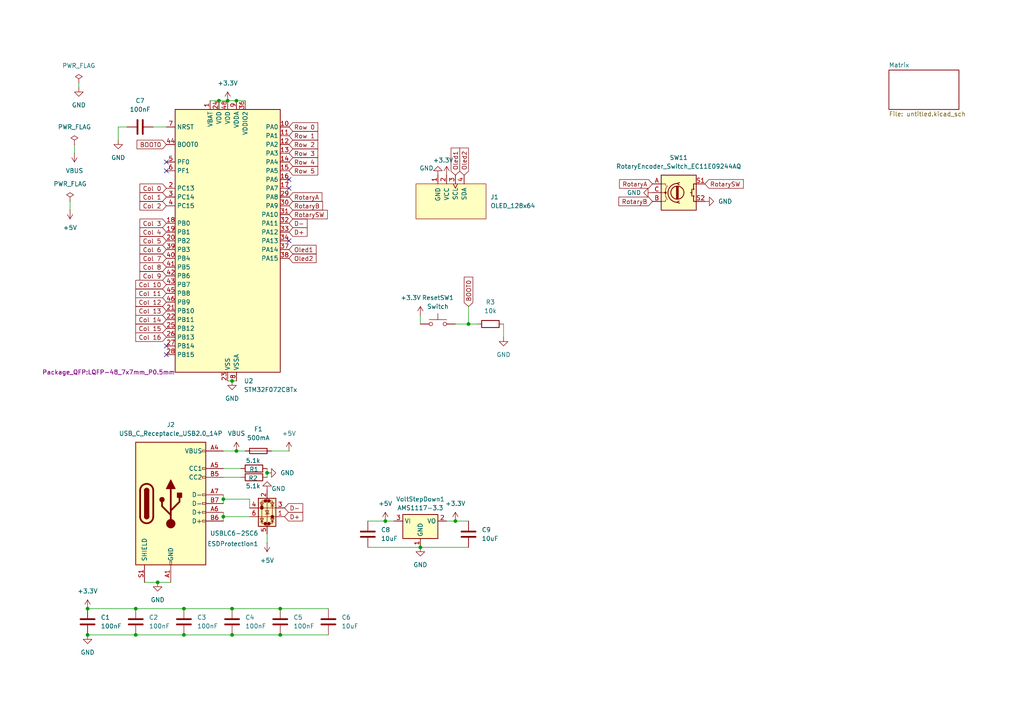
<source format=kicad_sch>
(kicad_sch (version 20250114) (generator "eeschema") (generator_version "9.0")
  (paper "A4")
  (lib_symbols
    (symbol "Connector:USB_C_Receptacle_USB2.0_14P" (pin_names (offset 1.016))
      (property "Reference" "J" (at 0 22.225 0))
      (property "Value" "USB_C_Receptacle_USB2.0_14P" (at 0 19.685 0))
      (symbol "USB_C_Receptacle_USB2.0_14P_0_0"
        (rectangle (start -0.254 -17.78) (end 0.254 -16.764))
        (rectangle (start 10.16 15.494) (end 9.144 14.986))
        (rectangle (start 10.16 10.414) (end 9.144 9.906))
        (rectangle (start 10.16 7.874) (end 9.144 7.366))
        (rectangle (start 10.16 2.794) (end 9.144 2.286))
        (rectangle (start 10.16 0.254) (end 9.144 -0.254))
        (rectangle (start 10.16 -2.286) (end 9.144 -2.794))
        (rectangle (start 10.16 -4.826) (end 9.144 -5.334))
      )
      (symbol "USB_C_Receptacle_USB2.0_14P_0_1"
        (rectangle (start -10.16 17.78) (end 10.16 -17.78) (stroke (width 0.254)) (fill (type background)))
        (polyline (pts (xy -8.89 -3.81) (xy -8.89 3.81)) (stroke (width 0.508)))
        (rectangle (start -7.62 -3.81) (end -6.35 3.81) (stroke (width 0.254)) (fill (type outline)))
        (arc (start -7.62 3.81) (mid -6.985 4.4423) (end -6.35 3.81) (stroke (width 0.254)))
        (arc (start -7.62 3.81) (mid -6.985 4.4423) (end -6.35 3.81) (stroke (width 0.254)) (fill (type outline)))
        (arc (start -8.89 3.81) (mid -6.985 5.7067) (end -5.08 3.81) (stroke (width 0.508)))
        (arc (start -5.08 -3.81) (mid -6.985 -5.7067) (end -8.89 -3.81) (stroke (width 0.508)))
        (arc (start -6.35 -3.81) (mid -6.985 -4.4423) (end -7.62 -3.81) (stroke (width 0.254)))
        (arc (start -6.35 -3.81) (mid -6.985 -4.4423) (end -7.62 -3.81) (stroke (width 0.254)) (fill (type outline)))
        (polyline (pts (xy -5.08 3.81) (xy -5.08 -3.81)) (stroke (width 0.508)))
        (circle (center -2.54 1.143) (radius 0.635) (stroke (width 0.254)) (fill (type outline)))
        (polyline (pts (xy -1.27 4.318) (xy 0 6.858) (xy 1.27 4.318) (xy -1.27 4.318)) (stroke (width 0.254)) (fill (type outline)))
        (polyline (pts (xy 0 -2.032) (xy 2.54 0.508) (xy 2.54 1.778)) (stroke (width 0.508)))
        (polyline (pts (xy 0 -3.302) (xy -2.54 -0.762) (xy -2.54 0.508)) (stroke (width 0.508)))
        (polyline (pts (xy 0 -5.842) (xy 0 4.318)) (stroke (width 0.508)))
        (circle (center 0 -5.842) (radius 1.27) (fill (type outline)))
        (rectangle (start 1.905 1.778) (end 3.175 3.048) (stroke (width 0.254)) (fill (type outline)))
      )
      (symbol "USB_C_Receptacle_USB2.0_14P_1_1"
        (pin passive line (at -7.62 -22.86 90) (length 5.08) (name "SHIELD") (number "S1"))
        (pin passive line (at 0 -22.86 90) (length 5.08) (name "GND") (number "A1"))
        (pin passive line (at 0 -22.86 90) (length 5.08) (hide yes) (name "GND") (number "A12"))
        (pin passive line (at 0 -22.86 90) (length 5.08) (hide yes) (name "GND") (number "B1"))
        (pin passive line (at 0 -22.86 90) (length 5.08) (hide yes) (name "GND") (number "B12"))
        (pin passive line (at 15.24 15.24 180) (length 5.08) (name "VBUS") (number "A4"))
        (pin passive line (at 15.24 15.24 180) (length 5.08) (hide yes) (name "VBUS") (number "A9"))
        (pin passive line (at 15.24 15.24 180) (length 5.08) (hide yes) (name "VBUS") (number "B4"))
        (pin passive line (at 15.24 15.24 180) (length 5.08) (hide yes) (name "VBUS") (number "B9"))
        (pin bidirectional line (at 15.24 10.16 180) (length 5.08) (name "CC1") (number "A5"))
        (pin bidirectional line (at 15.24 7.62 180) (length 5.08) (name "CC2") (number "B5"))
        (pin bidirectional line (at 15.24 2.54 180) (length 5.08) (name "D-") (number "A7"))
        (pin bidirectional line (at 15.24 0 180) (length 5.08) (name "D-") (number "B7"))
        (pin bidirectional line (at 15.24 -2.54 180) (length 5.08) (name "D+") (number "A6"))
        (pin bidirectional line (at 15.24 -5.08 180) (length 5.08) (name "D+") (number "B6"))
      )
    )
    (symbol "Device:C" (pin_numbers (hide yes)) (pin_names (offset 0.254))
      (property "Reference" "C" (at 0.635 2.54 0))
      (property "Value" "C" (at 0.635 -2.54 0))
      (symbol "C_0_1"
        (polyline (pts (xy -2.032 0.762) (xy 2.032 0.762)) (stroke (width 0.508)))
        (polyline (pts (xy -2.032 -0.762) (xy 2.032 -0.762)) (stroke (width 0.508)))
      )
      (symbol "C_1_1"
        (pin passive line (at 0 3.81 270) (length 2.794) (name "~") (number "1"))
        (pin passive line (at 0 -3.81 90) (length 2.794) (name "~") (number "2"))
      )
    )
    (symbol "Device:RotaryEncoder_Switch" (pin_names (offset 0.254) (hide yes))
      (property "Reference" "SW" (at 0 6.604 0))
      (property "Value" "RotaryEncoder_Switch" (at 0 -6.604 0))
      (symbol "RotaryEncoder_Switch_0_1"
        (rectangle (start -5.08 5.08) (end 5.08 -5.08) (stroke (width 0.254)) (fill (type background)))
        (polyline (pts (xy -5.08 2.54) (xy -3.81 2.54) (xy -3.81 2.032)))
        (polyline (pts (xy -5.08 0) (xy -3.81 0) (xy -3.81 -1.016) (xy -3.302 -2.032)))
        (polyline (pts (xy -5.08 -2.54) (xy -3.81 -2.54) (xy -3.81 -2.032)))
        (polyline (pts (xy -4.318 0) (xy -3.81 0) (xy -3.81 1.016) (xy -3.302 2.032)))
        (circle (center -3.81 0) (radius 0.254) (fill (type outline)))
        (polyline (pts (xy -0.635 -1.778) (xy -0.635 1.778)) (stroke (width 0.254)))
        (circle (center -0.381 0) (radius 1.905) (stroke (width 0.254)))
        (polyline (pts (xy -0.381 -1.778) (xy -0.381 1.778)) (stroke (width 0.254)))
        (arc (start -0.381 -2.794) (mid -3.0988 -0.0635) (end -0.381 2.667) (stroke (width 0.254)))
        (polyline (pts (xy -0.127 1.778) (xy -0.127 -1.778)) (stroke (width 0.254)))
        (polyline (pts (xy 0.254 2.921) (xy -0.508 2.667) (xy 0.127 2.286)) (stroke (width 0.254)))
        (polyline (pts (xy 0.254 -3.048) (xy -0.508 -2.794) (xy 0.127 -2.413)) (stroke (width 0.254)))
        (polyline (pts (xy 3.81 1.016) (xy 3.81 -1.016)) (stroke (width 0.254)))
        (polyline (pts (xy 3.81 0) (xy 3.429 0)) (stroke (width 0.254)))
        (circle (center 4.318 1.016) (radius 0.127) (stroke (width 0.254)))
        (circle (center 4.318 -1.016) (radius 0.127) (stroke (width 0.254)))
        (polyline (pts (xy 5.08 2.54) (xy 4.318 2.54) (xy 4.318 1.016)) (stroke (width 0.254)))
        (polyline (pts (xy 5.08 -2.54) (xy 4.318 -2.54) (xy 4.318 -1.016)) (stroke (width 0.254)))
      )
      (symbol "RotaryEncoder_Switch_1_1"
        (pin passive line (at -7.62 2.54 0) (length 2.54) (name "A") (number "A"))
        (pin passive line (at -7.62 0 0) (length 2.54) (name "C") (number "C"))
        (pin passive line (at -7.62 -2.54 0) (length 2.54) (name "B") (number "B"))
        (pin passive line (at 7.62 2.54 180) (length 2.54) (name "S1") (number "S1"))
        (pin passive line (at 7.62 -2.54 180) (length 2.54) (name "S2") (number "S2"))
      )
    )
    (symbol "MCU_ST_STM32F0:STM32F072CBTx"
      (property "Reference" "U" (at -15.24 39.37 0))
      (property "Value" "STM32F072CBTx" (at 7.62 39.37 0))
      (symbol "STM32F072CBTx_0_1"
        (rectangle (start -15.24 -38.1) (end 15.24 38.1) (stroke (width 0.254)) (fill (type background)))
      )
      (symbol "STM32F072CBTx_1_1"
        (pin input line (at -17.78 33.02 0) (length 2.54) (name "NRST") (number "7"))
        (pin input line (at -17.78 27.94 0) (length 2.54) (name "BOOT0") (number "44"))
        (pin bidirectional line (at -17.78 22.86 0) (length 2.54) (name "PF0") (number "5"))
        (pin bidirectional line (at -17.78 20.32 0) (length 2.54) (name "PF1") (number "6"))
        (pin bidirectional line (at -17.78 15.24 0) (length 2.54) (name "PC13") (number "2"))
        (pin bidirectional line (at -17.78 12.7 0) (length 2.54) (name "PC14") (number "3"))
        (pin bidirectional line (at -17.78 10.16 0) (length 2.54) (name "PC15") (number "4"))
        (pin bidirectional line (at -17.78 5.08 0) (length 2.54) (name "PB0") (number "18"))
        (pin bidirectional line (at -17.78 2.54 0) (length 2.54) (name "PB1") (number "19"))
        (pin bidirectional line (at -17.78 0 0) (length 2.54) (name "PB2") (number "20"))
        (pin bidirectional line (at -17.78 -2.54 0) (length 2.54) (name "PB3") (number "39"))
        (pin bidirectional line (at -17.78 -5.08 0) (length 2.54) (name "PB4") (number "40"))
        (pin bidirectional line (at -17.78 -7.62 0) (length 2.54) (name "PB5") (number "41"))
        (pin bidirectional line (at -17.78 -10.16 0) (length 2.54) (name "PB6") (number "42"))
        (pin bidirectional line (at -17.78 -12.7 0) (length 2.54) (name "PB7") (number "43"))
        (pin bidirectional line (at -17.78 -15.24 0) (length 2.54) (name "PB8") (number "45"))
        (pin bidirectional line (at -17.78 -17.78 0) (length 2.54) (name "PB9") (number "46"))
        (pin bidirectional line (at -17.78 -20.32 0) (length 2.54) (name "PB10") (number "21"))
        (pin bidirectional line (at -17.78 -22.86 0) (length 2.54) (name "PB11") (number "22"))
        (pin bidirectional line (at -17.78 -25.4 0) (length 2.54) (name "PB12") (number "25"))
        (pin bidirectional line (at -17.78 -27.94 0) (length 2.54) (name "PB13") (number "26"))
        (pin bidirectional line (at -17.78 -30.48 0) (length 2.54) (name "PB14") (number "27"))
        (pin bidirectional line (at -17.78 -33.02 0) (length 2.54) (name "PB15") (number "28"))
        (pin power_in line (at -5.08 40.64 270) (length 2.54) (name "VBAT") (number "1"))
        (pin power_in line (at -2.54 40.64 270) (length 2.54) (name "VDD") (number "24"))
        (pin power_in line (at 0 40.64 270) (length 2.54) (name "VDD") (number "48"))
        (pin power_in line (at 0 -40.64 90) (length 2.54) (name "VSS") (number "23"))
        (pin passive line (at 0 -40.64 90) (length 2.54) (hide yes) (name "VSS") (number "35"))
        (pin passive line (at 0 -40.64 90) (length 2.54) (hide yes) (name "VSS") (number "47"))
        (pin power_in line (at 2.54 40.64 270) (length 2.54) (name "VDDA") (number "9"))
        (pin power_in line (at 2.54 -40.64 90) (length 2.54) (name "VSSA") (number "8"))
        (pin power_in line (at 5.08 40.64 270) (length 2.54) (name "VDDIO2") (number "36"))
        (pin bidirectional line (at 17.78 33.02 180) (length 2.54) (name "PA0") (number "10"))
        (pin bidirectional line (at 17.78 30.48 180) (length 2.54) (name "PA1") (number "11"))
        (pin bidirectional line (at 17.78 27.94 180) (length 2.54) (name "PA2") (number "12"))
        (pin bidirectional line (at 17.78 25.4 180) (length 2.54) (name "PA3") (number "13"))
        (pin bidirectional line (at 17.78 22.86 180) (length 2.54) (name "PA4") (number "14"))
        (pin bidirectional line (at 17.78 20.32 180) (length 2.54) (name "PA5") (number "15"))
        (pin bidirectional line (at 17.78 17.78 180) (length 2.54) (name "PA6") (number "16"))
        (pin bidirectional line (at 17.78 15.24 180) (length 2.54) (name "PA7") (number "17"))
        (pin bidirectional line (at 17.78 12.7 180) (length 2.54) (name "PA8") (number "29"))
        (pin bidirectional line (at 17.78 10.16 180) (length 2.54) (name "PA9") (number "30"))
        (pin bidirectional line (at 17.78 7.62 180) (length 2.54) (name "PA10") (number "31"))
        (pin bidirectional line (at 17.78 5.08 180) (length 2.54) (name "PA11") (number "32"))
        (pin bidirectional line (at 17.78 2.54 180) (length 2.54) (name "PA12") (number "33"))
        (pin bidirectional line (at 17.78 0 180) (length 2.54) (name "PA13") (number "34"))
        (pin bidirectional line (at 17.78 -2.54 180) (length 2.54) (name "PA14") (number "37"))
        (pin bidirectional line (at 17.78 -5.08 180) (length 2.54) (name "PA15") (number "38"))
      )
    )
    (symbol "Power_Protection:USBLC6-2SC6" (pin_names (hide yes))
      (property "Reference" "U" (at 0.635 5.715 0))
      (property "Value" "USBLC6-2SC6" (at 0.635 3.81 0))
      (symbol "USBLC6-2SC6_0_0"
        (circle (center -1.524 0) (radius 0.0001) (stroke (width 0.508)))
        (circle (center -0.508 2.032) (radius 0.0001) (stroke (width 0.508)))
        (circle (center -0.508 -4.572) (radius 0.0001) (stroke (width 0.508)))
        (circle (center 0.508 2.032) (radius 0.0001) (stroke (width 0.508)))
        (circle (center 0.508 -4.572) (radius 0.0001) (stroke (width 0.508)))
        (circle (center 1.524 -2.54) (radius 0.0001) (stroke (width 0.508)))
      )
      (symbol "USBLC6-2SC6_0_1"
        (polyline (pts (xy -2.54 0) (xy 2.54 0)))
        (polyline (pts (xy -2.54 -2.54) (xy 2.54 -2.54)))
        (polyline (pts (xy -2.032 0.508) (xy -1.016 0.508) (xy -1.524 1.524) (xy -2.032 0.508)))
        (polyline (pts (xy -2.032 -3.048) (xy -1.016 -3.048)))
        (polyline (pts (xy -1.016 1.524) (xy -2.032 1.524)))
        (polyline (pts (xy -1.016 -4.064) (xy -2.032 -4.064) (xy -1.524 -3.048) (xy -1.016 -4.064)))
        (polyline (pts (xy -0.508 -1.143) (xy -0.508 -0.762) (xy 0.508 -0.762)))
        (polyline (pts (xy 0 2.54) (xy -0.508 2.032) (xy 0.508 2.032) (xy 0 1.524) (xy 0 -4.064) (xy -0.508 -4.572) (xy 0.508 -4.572) (xy 0 -5.08)))
        (polyline (pts (xy 0.508 -1.778) (xy -0.508 -1.778) (xy 0 -0.762) (xy 0.508 -1.778)))
        (polyline (pts (xy 1.016 1.524) (xy 2.032 1.524)))
        (polyline (pts (xy 1.016 -3.048) (xy 2.032 -3.048)))
        (polyline (pts (xy 2.032 0.508) (xy 1.016 0.508) (xy 1.524 1.524) (xy 2.032 0.508)))
        (polyline (pts (xy 2.032 -4.064) (xy 1.016 -4.064) (xy 1.524 -3.048) (xy 2.032 -4.064)))
      )
      (symbol "USBLC6-2SC6_1_1"
        (rectangle (start -2.54 2.794) (end 2.54 -5.334) (stroke (width 0.254)) (fill (type background)))
        (polyline (pts (xy -0.508 2.032) (xy -1.524 2.032) (xy -1.524 -4.572) (xy -0.508 -4.572)))
        (polyline (pts (xy 0.508 -4.572) (xy 1.524 -4.572) (xy 1.524 2.032) (xy 0.508 2.032)))
        (pin passive line (at -5.08 0 0) (length 2.54) (name "I/O1") (number "1"))
        (pin passive line (at -5.08 -2.54 0) (length 2.54) (name "I/O2") (number "3"))
        (pin passive line (at 0 5.08 270) (length 2.54) (name "VBUS") (number "5"))
        (pin passive line (at 0 -7.62 90) (length 2.54) (name "GND") (number "2"))
        (pin passive line (at 5.08 0 180) (length 2.54) (name "I/O1") (number "6"))
        (pin passive line (at 5.08 -2.54 180) (length 2.54) (name "I/O2") (number "4"))
      )
    )
    (symbol "Regulator_Linear:AMS1117-3.3"
      (property "Reference" "U" (at -3.81 3.175 0))
      (property "Value" "AMS1117-3.3" (at 0 3.175 0))
      (symbol "AMS1117-3.3_0_1"
        (rectangle (start -5.08 -5.08) (end 5.08 1.905) (stroke (width 0.254)) (fill (type background)))
      )
      (symbol "AMS1117-3.3_1_1"
        (pin power_in line (at -7.62 0 0) (length 2.54) (name "VI") (number "3"))
        (pin power_in line (at 0 -7.62 90) (length 2.54) (name "GND") (number "1"))
        (pin power_out line (at 7.62 0 180) (length 2.54) (name "VO") (number "2"))
      )
    )
    (symbol "ScottoKeebs:OLED_128x64" (pin_names (offset 1.016))
      (property "Reference" "J" (at 0 -11.43 0))
      (property "Value" "OLED_128x64" (at 0 -7.62 0))
      (symbol "OLED_128x64_0_1"
        (rectangle (start 10.16 -10.16) (end -10.16 0) (fill (type background)))
      )
      (symbol "OLED_128x64_1_1"
        (pin power_in line (at -3.81 2.54 270) (length 2.54) (name "GND") (number "1"))
        (pin power_in line (at -1.27 2.54 270) (length 2.54) (name "VCC") (number "2"))
        (pin input clock (at 1.27 2.54 270) (length 2.54) (name "SCL") (number "3"))
        (pin bidirectional line (at 3.81 2.54 270) (length 2.54) (name "SDA") (number "4"))
      )
    )
    (symbol "ScottoKeebs:Placeholder_Fuse" (pin_numbers (hide yes)) (pin_names (offset 0))
      (property "Reference" "F" (at 0 2.032 0))
      (property "Value" "Fuse" (at 0 -1.905 0))
      (symbol "Placeholder_Fuse_0_1"
        (polyline (pts (xy -2.54 0) (xy 2.54 0)))
        (rectangle (start 2.54 -0.762) (end -2.54 0.762) (stroke (width 0.254)))
      )
      (symbol "Placeholder_Fuse_1_1"
        (pin passive line (at -3.81 0 0) (length 1.27) (name "~") (number "1"))
        (pin passive line (at 3.81 0 180) (length 1.27) (name "~") (number "2"))
      )
    )
    (symbol "ScottoKeebs:Placeholder_Resistor" (pin_numbers (hide yes)) (pin_names (offset 0))
      (property "Reference" "R" (at 0 2.032 0))
      (property "Value" "Resistor" (at 0 -2.54 0))
      (symbol "Placeholder_Resistor_0_1"
        (rectangle (start 2.54 -1.016) (end -2.54 1.016) (stroke (width 0.254)))
      )
      (symbol "Placeholder_Resistor_1_1"
        (pin passive line (at -3.81 0 0) (length 1.27) (name "~") (number "1"))
        (pin passive line (at 3.81 0 180) (length 1.27) (name "~") (number "2"))
      )
    )
    (symbol "ScottoKeebs:Placeholder_Switch" (pin_numbers (hide yes)) (pin_names (offset 1.016) (hide yes))
      (property "Reference" "SW" (at 1.27 2.54 0))
      (property "Value" "Switch" (at 0 -1.524 0))
      (symbol "Placeholder_Switch_0_1"
        (circle (center -2.032 0) (radius 0.508))
        (polyline (pts (xy 0 1.27) (xy 0 3.048)))
        (circle (center 2.032 0) (radius 0.508))
        (polyline (pts (xy 2.54 1.27) (xy -2.54 1.27)))
        (pin passive line (at -5.08 0 0) (length 2.54) (name "1") (number "1"))
        (pin passive line (at 5.08 0 180) (length 2.54) (name "2") (number "2"))
      )
    )
    (symbol "power:+3.3V" (power) (pin_numbers (hide yes)) (pin_names (offset 0) (hide yes))
      (property "Value" "+3.3V" (at 0 3.556 0))
      (symbol "+3.3V_0_1"
        (polyline (pts (xy -0.762 1.27) (xy 0 2.54)))
        (polyline (pts (xy 0 2.54) (xy 0.762 1.27)))
        (polyline (pts (xy 0 0) (xy 0 2.54)))
      )
      (symbol "+3.3V_1_1"
        (pin power_in line (at 0 0 90) (length 0) (name "~") (number "1"))
      )
    )
    (symbol "power:+5V" (power) (pin_numbers (hide yes)) (pin_names (offset 0) (hide yes))
      (property "Value" "+5V" (at 0 3.556 0))
      (symbol "+5V_0_1"
        (polyline (pts (xy -0.762 1.27) (xy 0 2.54)))
        (polyline (pts (xy 0 2.54) (xy 0.762 1.27)))
        (polyline (pts (xy 0 0) (xy 0 2.54)))
      )
      (symbol "+5V_1_1"
        (pin power_in line (at 0 0 90) (length 0) (name "~") (number "1"))
      )
    )
    (symbol "power:GND" (power) (pin_numbers (hide yes)) (pin_names (offset 0) (hide yes))
      (property "Value" "GND" (at 0 -3.81 0))
      (symbol "GND_0_1"
        (polyline (pts (xy 0 0) (xy 0 -1.27) (xy 1.27 -1.27) (xy 0 -2.54) (xy -1.27 -1.27) (xy 0 -1.27)))
      )
      (symbol "GND_1_1"
        (pin power_in line (at 0 0 270) (length 0) (name "~") (number "1"))
      )
    )
    (symbol "power:PWR_FLAG" (power) (pin_numbers (hide yes)) (pin_names (offset 0) (hide yes))
      (property "Value" "PWR_FLAG" (at 0 3.81 0))
      (symbol "PWR_FLAG_0_0"
        (pin power_out line (at 0 0 90) (length 0) (name "~") (number "1"))
      )
      (symbol "PWR_FLAG_0_1"
        (polyline (pts (xy 0 0) (xy 0 1.27) (xy -1.016 1.905) (xy 0 2.54) (xy 1.016 1.905) (xy 0 1.27)))
      )
    )
    (symbol "power:VBUS" (power) (pin_numbers (hide yes)) (pin_names (offset 0) (hide yes))
      (property "Value" "VBUS" (at 0 3.556 0))
      (symbol "VBUS_0_1"
        (polyline (pts (xy -0.762 1.27) (xy 0 2.54)))
        (polyline (pts (xy 0 2.54) (xy 0.762 1.27)))
        (polyline (pts (xy 0 0) (xy 0 2.54)))
      )
      (symbol "VBUS_1_1"
        (pin power_in line (at 0 0 90) (length 0) (name "~") (number "1"))
      )
    )
    (symbol "power:VDD" (power) (pin_numbers (hide yes)) (pin_names (offset 0) (hide yes))
      (property "Value" "VDD" (at 0 3.556 0))
      (symbol "VDD_0_1"
        (polyline (pts (xy -0.762 1.27) (xy 0 2.54)))
        (polyline (pts (xy 0 2.54) (xy 0.762 1.27)))
        (polyline (pts (xy 0 0) (xy 0 2.54)))
      )
      (symbol "VDD_1_1"
        (pin power_in line (at 0 0 90) (length 0) (name "~") (number "1"))
      )
    )
  )
  (junction (at 63.5 29.21))
  (junction (at 135.89 93.98))
  (junction (at 132.08 151.13))
  (junction (at 67.31 110.49))
  (junction (at 53.34 176.53))
  (junction (at 81.28 184.15))
  (junction (at 67.31 176.53))
  (junction (at 68.58 130.81))
  (junction (at 77.47 137.16))
  (junction (at 64.77 149.86))
  (junction (at 39.37 176.53))
  (junction (at 68.58 29.21))
  (junction (at 45.72 168.91))
  (junction (at 39.37 184.15))
  (junction (at 111.76 151.13))
  (junction (at 66.04 29.21))
  (junction (at 81.28 176.53))
  (junction (at 25.4 176.53))
  (junction (at 64.77 144.78))
  (junction (at 67.31 184.15))
  (junction (at 121.92 158.75))
  (junction (at 53.34 184.15))
  (junction (at 25.4 184.15))
  (no_connect (at 83.82 69.85))
  (no_connect (at 83.82 52.07))
  (no_connect (at 48.26 49.53))
  (no_connect (at 48.26 102.87))
  (no_connect (at 83.82 54.61))
  (no_connect (at 48.26 46.99))
  (no_connect (at 48.26 100.33))
  (wire (pts (xy 135.89 93.98) (xy 138.43 93.98)))
  (wire (pts (xy 132.08 93.98) (xy 135.89 93.98)))
  (wire (pts (xy 34.29 36.83) (xy 34.29 40.64)))
  (wire (pts (xy 53.34 184.15) (xy 67.31 184.15)))
  (wire (pts (xy 121.92 158.75) (xy 135.89 158.75)))
  (wire (pts (xy 21.59 41.91) (xy 21.59 44.45)))
  (wire (pts (xy 60.96 29.21) (xy 63.5 29.21)))
  (wire (pts (xy 64.77 149.86) (xy 72.39 149.86)))
  (wire (pts (xy 25.4 184.15) (xy 39.37 184.15)))
  (wire (pts (xy 106.68 151.13) (xy 111.76 151.13)))
  (wire (pts (xy 66.04 29.21) (xy 68.58 29.21)))
  (wire (pts (xy 72.39 144.78) (xy 72.39 147.32)))
  (wire (pts (xy 66.04 110.49) (xy 67.31 110.49)))
  (wire (pts (xy 111.76 151.13) (xy 114.3 151.13)))
  (wire (pts (xy 135.89 88.9) (xy 135.89 93.98)))
  (wire (pts (xy 68.58 130.81) (xy 71.12 130.81)))
  (wire (pts (xy 64.77 130.81) (xy 68.58 130.81)))
  (wire (pts (xy 45.72 168.91) (xy 49.53 168.91)))
  (wire (pts (xy 53.34 176.53) (xy 67.31 176.53)))
  (wire (pts (xy 77.47 135.89) (xy 77.47 137.16)))
  (wire (pts (xy 64.77 148.59) (xy 64.77 149.86)))
  (wire (pts (xy 25.4 176.53) (xy 39.37 176.53)))
  (wire (pts (xy 68.58 29.21) (xy 71.12 29.21)))
  (wire (pts (xy 81.28 176.53) (xy 95.25 176.53)))
  (wire (pts (xy 129.54 151.13) (xy 132.08 151.13)))
  (wire (pts (xy 64.77 144.78) (xy 72.39 144.78)))
  (wire (pts (xy 64.77 143.51) (xy 64.77 144.78)))
  (wire (pts (xy 34.29 36.83) (xy 36.83 36.83)))
  (wire (pts (xy 77.47 137.16) (xy 77.47 138.43)))
  (wire (pts (xy 22.86 25.4) (xy 22.86 24.13)))
  (wire (pts (xy 64.77 138.43) (xy 69.85 138.43)))
  (wire (pts (xy 106.68 158.75) (xy 121.92 158.75)))
  (wire (pts (xy 44.45 36.83) (xy 48.26 36.83)))
  (wire (pts (xy 69.85 135.89) (xy 64.77 135.89)))
  (wire (pts (xy 64.77 149.86) (xy 64.77 151.13)))
  (wire (pts (xy 63.5 29.21) (xy 66.04 29.21)))
  (wire (pts (xy 121.92 91.44) (xy 121.92 93.98)))
  (wire (pts (xy 41.91 168.91) (xy 45.72 168.91)))
  (wire (pts (xy 67.31 184.15) (xy 81.28 184.15)))
  (wire (pts (xy 67.31 176.53) (xy 81.28 176.53)))
  (wire (pts (xy 132.08 151.13) (xy 135.89 151.13)))
  (wire (pts (xy 77.47 157.48) (xy 77.47 154.94)))
  (wire (pts (xy 64.77 144.78) (xy 64.77 146.05)))
  (wire (pts (xy 20.32 58.42) (xy 20.32 60.96)))
  (wire (pts (xy 67.31 110.49) (xy 68.58 110.49)))
  (wire (pts (xy 146.05 93.98) (xy 146.05 97.79)))
  (wire (pts (xy 81.28 184.15) (xy 95.25 184.15)))
  (wire (pts (xy 78.74 130.81) (xy 83.82 130.81)))
  (wire (pts (xy 39.37 184.15) (xy 53.34 184.15)))
  (wire (pts (xy 39.37 176.53) (xy 53.34 176.53)))
  (global_label "D-" (shape input) (at 82.55 147.32 0) (property "Intersheetrefs" "${INTERSHEET_REFS}" (effects (hide yes))))
  (global_label "Col 6" (shape input) (at 48.26 72.39 180) (property "Intersheetrefs" "${INTERSHEET_REFS}" (effects (hide yes))))
  (global_label "D+" (shape input) (at 82.55 149.86 0) (property "Intersheetrefs" "${INTERSHEET_REFS}" (effects (hide yes))))
  (global_label "BOOT0" (shape input) (at 135.89 88.9 90) (property "Intersheetrefs" "${INTERSHEET_REFS}" (effects (hide yes))))
  (global_label "Col 3" (shape input) (at 48.26 64.77 180) (property "Intersheetrefs" "${INTERSHEET_REFS}" (effects (hide yes))))
  (global_label "Col 13" (shape input) (at 48.26 90.17 180) (property "Intersheetrefs" "${INTERSHEET_REFS}" (effects (hide yes))))
  (global_label "Col 1" (shape input) (at 48.26 57.15 180) (property "Intersheetrefs" "${INTERSHEET_REFS}" (effects (hide yes))))
  (global_label "Col 16" (shape input) (at 48.26 97.79 180) (property "Intersheetrefs" "${INTERSHEET_REFS}" (effects (hide yes))))
  (global_label "Row 1" (shape input) (at 83.82 39.37 0) (property "Intersheetrefs" "${INTERSHEET_REFS}" (effects (hide yes))))
  (global_label "Oled1" (shape input) (at 132.08 50.8 90) (property "Intersheetrefs" "${INTERSHEET_REFS}" (effects (hide yes))))
  (global_label "Col 11" (shape input) (at 48.26 85.09 180) (property "Intersheetrefs" "${INTERSHEET_REFS}" (effects (hide yes))))
  (global_label "BOOT0" (shape input) (at 48.26 41.91 180) (property "Intersheetrefs" "${INTERSHEET_REFS}" (effects (hide yes))))
  (global_label "RotaryA" (shape input) (at 83.82 57.15 0) (property "Intersheetrefs" "${INTERSHEET_REFS}" (effects (hide yes))))
  (global_label "Col 9" (shape input) (at 48.26 80.01 180) (property "Intersheetrefs" "${INTERSHEET_REFS}" (effects (hide yes))))
  (global_label "Col 14" (shape input) (at 48.26 92.71 180) (property "Intersheetrefs" "${INTERSHEET_REFS}" (effects (hide yes))))
  (global_label "RotaryB" (shape input) (at 83.82 59.69 0) (property "Intersheetrefs" "${INTERSHEET_REFS}" (effects (hide yes))))
  (global_label "D+" (shape input) (at 83.82 67.31 0) (property "Intersheetrefs" "${INTERSHEET_REFS}" (effects (hide yes))))
  (global_label "Row 3" (shape input) (at 83.82 44.45 0) (property "Intersheetrefs" "${INTERSHEET_REFS}" (effects (hide yes))))
  (global_label "Row 5" (shape input) (at 83.82 49.53 0) (property "Intersheetrefs" "${INTERSHEET_REFS}" (effects (hide yes))))
  (global_label "Col 0" (shape input) (at 48.26 54.61 180) (property "Intersheetrefs" "${INTERSHEET_REFS}" (effects (hide yes))))
  (global_label "Oled2" (shape input) (at 134.62 50.8 90) (property "Intersheetrefs" "${INTERSHEET_REFS}" (effects (hide yes))))
  (global_label "Row 0" (shape input) (at 83.82 36.83 0) (property "Intersheetrefs" "${INTERSHEET_REFS}" (effects (hide yes))))
  (global_label "Oled1" (shape input) (at 83.82 72.39 0) (property "Intersheetrefs" "${INTERSHEET_REFS}" (effects (hide yes))))
  (global_label "RotarySW" (shape input) (at 204.47 53.34 0) (property "Intersheetrefs" "${INTERSHEET_REFS}" (effects (hide yes))))
  (global_label "Col 5" (shape input) (at 48.26 69.85 180) (property "Intersheetrefs" "${INTERSHEET_REFS}" (effects (hide yes))))
  (global_label "Oled2" (shape input) (at 83.82 74.93 0) (property "Intersheetrefs" "${INTERSHEET_REFS}" (effects (hide yes))))
  (global_label "Col 2" (shape input) (at 48.26 59.69 180) (property "Intersheetrefs" "${INTERSHEET_REFS}" (effects (hide yes))))
  (global_label "Col 15" (shape input) (at 48.26 95.25 180) (property "Intersheetrefs" "${INTERSHEET_REFS}" (effects (hide yes))))
  (global_label "RotaryA" (shape input) (at 189.23 53.34 180) (property "Intersheetrefs" "${INTERSHEET_REFS}" (effects (hide yes))))
  (global_label "RotarySW" (shape input) (at 83.82 62.23 0) (property "Intersheetrefs" "${INTERSHEET_REFS}" (effects (hide yes))))
  (global_label "Col 12" (shape input) (at 48.26 87.63 180) (property "Intersheetrefs" "${INTERSHEET_REFS}" (effects (hide yes))))
  (global_label "D-" (shape input) (at 83.82 64.77 0) (property "Intersheetrefs" "${INTERSHEET_REFS}" (effects (hide yes))))
  (global_label "RotaryB" (shape input) (at 189.23 58.42 180) (property "Intersheetrefs" "${INTERSHEET_REFS}" (effects (hide yes))))
  (global_label "Row 4" (shape input) (at 83.82 46.99 0) (property "Intersheetrefs" "${INTERSHEET_REFS}" (effects (hide yes))))
  (global_label "Col 10" (shape input) (at 48.26 82.55 180) (property "Intersheetrefs" "${INTERSHEET_REFS}" (effects (hide yes))))
  (global_label "Col 7" (shape input) (at 48.26 74.93 180) (property "Intersheetrefs" "${INTERSHEET_REFS}" (effects (hide yes))))
  (global_label "Col 4" (shape input) (at 48.26 67.31 180) (property "Intersheetrefs" "${INTERSHEET_REFS}" (effects (hide yes))))
  (global_label "Row 2" (shape input) (at 83.82 41.91 0) (property "Intersheetrefs" "${INTERSHEET_REFS}" (effects (hide yes))))
  (global_label "Col 8" (shape input) (at 48.26 77.47 180) (property "Intersheetrefs" "${INTERSHEET_REFS}" (effects (hide yes))))
  (symbol (lib_id "power:+3.3V") (at 25.4 176.53 0) (unit 1)
    (property "Reference" "#PWR03" (effects (hide yes)))
    (property "Value" "+3.3V" (at 25.4 171.45 0))
    (property "Description" "Power symbol creates a global label with name \"+3.3V\"" (effects (hide yes)))
  )
  (symbol (lib_id "ScottoKeebs:Placeholder_Fuse") (at 74.93 130.81 0) (unit 1)
    (property "Reference" "F1" (at 74.93 124.46 0))
    (property "Value" "500mA" (at 74.93 127 0))
    (property "Footprint" "ScottoKeebs_Components:Fuse_0603" (effects (hide yes)))
    (property "Description" "Fuse" (effects (hide yes)))
  )
  (symbol (lib_id "power:GND") (at 77.47 137.16 90) (unit 1)
    (property "Reference" "#PWR06" (effects (hide yes)))
    (property "Value" "GND" (at 81.28 137.1599 90) (effects (justify right)))
    (property "Description" "Power symbol creates a global label with name \"GND\" , ground" (effects (hide yes)))
  )
  (symbol (lib_id "power:VBUS") (at 21.59 44.45 180) (unit 1)
    (property "Reference" "#PWR02" (effects (hide yes)))
    (property "Value" "VBUS" (at 21.59 49.53 0))
    (property "Description" "Power symbol creates a global label with name \"VBUS\"" (effects (hide yes)))
  )
  (symbol (lib_id "ScottoKeebs:OLED_128x64") (at 130.81 53.34 0) (unit 1)
    (property "Reference" "J1" (at 142.24 57.1499 0) (effects (justify left)))
    (property "Value" "OLED_128x64" (at 142.24 59.6899 0) (effects (justify left)))
    (property "Footprint" "ScottoKeebs_Components:OLED_128x64" (effects (hide yes)))
  )
  (symbol (lib_id "power:GND") (at 189.23 55.88 270) (unit 1)
    (property "Reference" "#PWR016" (effects (hide yes)))
    (property "Value" "GND" (at 185.928 55.88 90) (effects (justify right)))
    (property "Description" "Power symbol creates a global label with name \"GND\" , ground" (effects (hide yes)))
  )
  (symbol (lib_id "power:PWR_FLAG") (at 22.86 24.13 0) (unit 1)
    (property "Reference" "#FLG02" (effects (hide yes)))
    (property "Value" "PWR_FLAG" (at 22.86 19.05 0))
    (property "Description" "Special symbol for telling ERC where power comes from" (effects (hide yes)))
  )
  (symbol (lib_id "power:GND") (at 34.29 40.64 0) (unit 1)
    (property "Reference" "#PWR08" (effects (hide yes)))
    (property "Value" "GND" (at 34.29 45.72 0))
    (property "Description" "Power symbol creates a global label with name \"GND\" , ground" (effects (hide yes)))
  )
  (symbol (lib_id "Power_Protection:USBLC6-2SC6") (at 77.47 149.86 180) (unit 1)
    (property "Reference" "ESDProtection1" (at 74.93 157.734 0) (effects (justify left)))
    (property "Value" "USBLC6-2SC6" (at 74.93 154.686 0) (effects (justify left)))
    (property "Footprint" "Package_TO_SOT_SMD:SOT-23-6" (effects (hide yes)))
    (property "Datasheet" "https://www.st.com/resource/en/datasheet/usblc6-2.pdf" (effects (hide yes)))
    (property "Description" "Very low capacitance ESD protection diode, 2 data-line, SOT-23-6" (effects (hide yes)))
  )
  (symbol (lib_id "power:PWR_FLAG") (at 20.32 58.42 0) (unit 1)
    (property "Reference" "#FLG03" (effects (hide yes)))
    (property "Value" "PWR_FLAG" (at 20.32 53.34 0))
    (property "Description" "Special symbol for telling ERC where power comes from" (effects (hide yes)))
  )
  (symbol (lib_id "power:GND") (at 146.05 97.79 0) (unit 1)
    (property "Reference" "#PWR09" (effects (hide yes)))
    (property "Value" "GND" (at 146.05 102.87 0))
    (property "Description" "Power symbol creates a global label with name \"GND\" , ground" (effects (hide yes)))
  )
  (symbol (lib_id "ScottoKeebs:Placeholder_Resistor") (at 142.24 93.98 0) (unit 1)
    (property "Reference" "R3" (at 142.24 87.63 0))
    (property "Value" "10k" (at 142.24 90.17 0))
    (property "Footprint" "ScottoKeebs_Components:Resistor_0805" (effects (hide yes)))
    (property "Description" "Resistor" (effects (hide yes)))
  )
  (symbol (lib_id "power:+5V") (at 77.47 157.48 180) (unit 1)
    (property "Reference" "#PWR011" (effects (hide yes)))
    (property "Value" "+5V" (at 77.47 162.56 0))
    (property "Description" "Power symbol creates a global label with name \"+5V\"" (effects (hide yes)))
  )
  (symbol (lib_id "Device:C") (at 67.31 180.34 0) (unit 1)
    (property "Reference" "C4" (at 71.12 179.0699 0) (effects (justify left)))
    (property "Value" "100nF" (at 71.12 181.6099 0) (effects (justify left)))
    (property "Footprint" "Capacitor_SMD:C_0805_2012Metric" (effects (hide yes)))
    (property "Description" "Unpolarized capacitor" (effects (hide yes)))
  )
  (symbol (lib_id "Device:C") (at 135.89 154.94 0) (unit 1)
    (property "Reference" "C9" (at 139.7 153.6699 0) (effects (justify left)))
    (property "Value" "10uF" (at 139.7 156.2099 0) (effects (justify left)))
    (property "Footprint" "Capacitor_SMD:C_0805_2012Metric" (effects (hide yes)))
    (property "Description" "Unpolarized capacitor" (effects (hide yes)))
  )
  (symbol (lib_id "Device:C") (at 39.37 180.34 0) (unit 1)
    (property "Reference" "C2" (at 43.18 179.0699 0) (effects (justify left)))
    (property "Value" "100nF" (at 43.18 181.6099 0) (effects (justify left)))
    (property "Footprint" "Capacitor_SMD:C_0805_2012Metric" (effects (hide yes)))
    (property "Description" "Unpolarized capacitor" (effects (hide yes)))
  )
  (symbol (lib_id "power:GND") (at 127 50.8 180) (unit 1)
    (property "Reference" "#PWR018" (effects (hide yes)))
    (property "Value" "GND" (at 123.698 48.768 0))
    (property "Description" "Power symbol creates a global label with name \"GND\" , ground" (effects (hide yes)))
  )
  (symbol (lib_id "power:GND") (at 121.92 158.75 0) (unit 1)
    (property "Reference" "#PWR013" (effects (hide yes)))
    (property "Value" "GND" (at 121.92 163.83 0))
    (property "Description" "Power symbol creates a global label with name \"GND\" , ground" (effects (hide yes)))
  )
  (symbol (lib_id "power:VDD") (at 68.58 130.81 0) (unit 1)
    (property "Reference" "#PWR020" (effects (hide yes)))
    (property "Value" "VBUS" (at 68.58 125.73 0))
    (property "Description" "Power symbol creates a global label with name \"VDD\"" (effects (hide yes)))
  )
  (symbol (lib_id "Regulator_Linear:AMS1117-3.3") (at 121.92 151.13 0) (unit 1)
    (property "Reference" "VoltStepDown1" (at 121.92 144.78 0))
    (property "Value" "AMS1117-3.3" (at 121.92 147.32 0))
    (property "Footprint" "Package_TO_SOT_SMD:SOT-223-3_TabPin2" (effects (hide yes)))
    (property "Datasheet" "http://www.advanced-monolithic.com/pdf/ds1117.pdf" (effects (hide yes)))
    (property "Description" "1A Low Dropout regulator, positive, 3.3V fixed output, SOT-223" (effects (hide yes)))
  )
  (symbol (lib_id "power:GND") (at 67.31 110.49 0) (unit 1)
    (property "Reference" "#PWR01" (effects (hide yes)))
    (property "Value" "GND" (at 67.31 115.57 0))
    (property "Description" "Power symbol creates a global label with name \"GND\" , ground" (effects (hide yes)))
  )
  (symbol (lib_id "power:GND") (at 22.86 25.4 0) (unit 1)
    (property "Reference" "#PWR022" (effects (hide yes)))
    (property "Value" "GND" (at 22.86 30.48 0))
    (property "Description" "Power symbol creates a global label with name \"GND\" , ground" (effects (hide yes)))
  )
  (symbol (lib_id "Device:C") (at 53.34 180.34 0) (unit 1)
    (property "Reference" "C3" (at 57.15 179.0699 0) (effects (justify left)))
    (property "Value" "100nF" (at 57.15 181.6099 0) (effects (justify left)))
    (property "Footprint" "Capacitor_SMD:C_0805_2012Metric" (effects (hide yes)))
    (property "Description" "Unpolarized capacitor" (effects (hide yes)))
  )
  (symbol (lib_id "power:+3.3V") (at 129.54 50.8 0) (unit 1)
    (property "Reference" "#PWR019" (effects (hide yes)))
    (property "Value" "+3.3V" (at 128.524 46.482 0))
    (property "Description" "Power symbol creates a global label with name \"+3.3V\"" (effects (hide yes)))
  )
  (symbol (lib_id "ScottoKeebs:Placeholder_Resistor") (at 73.66 138.43 0) (unit 1)
    (property "Reference" "R2" (at 73.406 138.684 0))
    (property "Value" "5.1k" (at 73.406 140.97 0))
    (property "Footprint" "ScottoKeebs_Components:Resistor_0805" (effects (hide yes)))
    (property "Description" "Resistor" (effects (hide yes)))
  )
  (symbol (lib_id "Device:C") (at 40.64 36.83 90) (unit 1)
    (property "Reference" "C7" (at 40.64 29.21 90))
    (property "Value" "100nF" (at 40.64 31.75 90))
    (property "Footprint" "Capacitor_SMD:C_0805_2012Metric" (effects (hide yes)))
    (property "Description" "Unpolarized capacitor" (effects (hide yes)))
  )
  (symbol (lib_id "ScottoKeebs:Placeholder_Switch") (at 127 93.98 0) (unit 1)
    (property "Reference" "ResetSW1" (at 127 86.36 0))
    (property "Value" "Switch" (at 127 88.9 0))
    (property "Footprint" "Button_Switch_SMD:SW_SPST_SKQG_WithStem" (effects (hide yes)))
    (property "Description" "Push button switch, generic, two pins" (effects (hide yes)))
  )
  (symbol (lib_id "power:+5V") (at 111.76 151.13 0) (unit 1)
    (property "Reference" "#PWR014" (effects (hide yes)))
    (property "Value" "+5V" (at 111.76 146.05 0))
    (property "Description" "Power symbol creates a global label with name \"+5V\"" (effects (hide yes)))
  )
  (symbol (lib_id "power:GND") (at 204.47 58.42 90) (unit 1)
    (property "Reference" "#PWR017" (effects (hide yes)))
    (property "Value" "GND" (at 208.28 58.4199 90) (effects (justify right)))
    (property "Description" "Power symbol creates a global label with name \"GND\" , ground" (effects (hide yes)))
  )
  (symbol (lib_id "Device:C") (at 95.25 180.34 0) (unit 1)
    (property "Reference" "C6" (at 99.06 179.0699 0) (effects (justify left)))
    (property "Value" "10uF" (at 99.06 181.6099 0) (effects (justify left)))
    (property "Footprint" "Capacitor_SMD:C_0805_2012Metric" (effects (hide yes)))
    (property "Description" "Unpolarized capacitor" (effects (hide yes)))
  )
  (symbol (lib_id "power:GND") (at 77.47 142.24 180) (unit 1)
    (property "Reference" "#PWR012" (effects (hide yes)))
    (property "Value" "GND" (at 80.772 141.732 0))
    (property "Description" "Power symbol creates a global label with name \"GND\" , ground" (effects (hide yes)))
  )
  (symbol (lib_id "power:PWR_FLAG") (at 21.59 41.91 0) (unit 1)
    (property "Reference" "#FLG01" (effects (hide yes)))
    (property "Value" "PWR_FLAG" (at 21.59 36.83 0))
    (property "Description" "Special symbol for telling ERC where power comes from" (effects (hide yes)))
  )
  (symbol (lib_id "Device:C") (at 106.68 154.94 0) (unit 1)
    (property "Reference" "C8" (at 110.49 153.6699 0) (effects (justify left)))
    (property "Value" "10uF" (at 110.49 156.2099 0) (effects (justify left)))
    (property "Footprint" "Capacitor_SMD:C_0805_2012Metric" (effects (hide yes)))
    (property "Description" "Unpolarized capacitor" (effects (hide yes)))
  )
  (symbol (lib_id "power:GND") (at 25.4 184.15 0) (unit 1)
    (property "Reference" "#PWR04" (effects (hide yes)))
    (property "Value" "GND" (at 25.4 189.23 0))
    (property "Description" "Power symbol creates a global label with name \"GND\" , ground" (effects (hide yes)))
  )
  (symbol (lib_id "power:+3.3V") (at 132.08 151.13 0) (unit 1)
    (property "Reference" "#PWR015" (effects (hide yes)))
    (property "Value" "+3.3V" (at 132.08 146.05 0))
    (property "Description" "Power symbol creates a global label with name \"+3.3V\"" (effects (hide yes)))
  )
  (symbol (lib_id "MCU_ST_STM32F0:STM32F072CBTx") (at 66.04 69.85 0) (unit 1)
    (property "Reference" "U2" (at 70.7233 110.49 0) (effects (justify left)))
    (property "Value" "STM32F072CBTx" (at 70.7233 113.03 0) (effects (justify left)))
    (property "Footprint" "Package_QFP:LQFP-48_7x7mm_P0.5mm" (at 50.8 107.95 0) (effects (justify right)))
    (property "Datasheet" "https://www.st.com/resource/en/datasheet/stm32f072cb.pdf" (effects (hide yes)))
    (property "Description" "STMicroelectronics Arm Cortex-M0 MCU, 128KB flash, 16KB RAM, 48 MHz, 2.0-3.6V, 37 GPIO, LQFP48" (effects (hide yes)))
  )
  (symbol (lib_id "Device:C") (at 25.4 180.34 0) (unit 1)
    (property "Reference" "C1" (at 29.21 179.0699 0) (effects (justify left)))
    (property "Value" "100nF" (at 29.21 181.6099 0) (effects (justify left)))
    (property "Footprint" "Capacitor_SMD:C_0805_2012Metric" (effects (hide yes)))
    (property "Description" "Unpolarized capacitor" (effects (hide yes)))
  )
  (symbol (lib_id "Device:C") (at 81.28 180.34 0) (unit 1)
    (property "Reference" "C5" (at 85.09 179.0699 0) (effects (justify left)))
    (property "Value" "100nF" (at 85.09 181.6099 0) (effects (justify left)))
    (property "Footprint" "Capacitor_SMD:C_0805_2012Metric" (effects (hide yes)))
    (property "Description" "Unpolarized capacitor" (effects (hide yes)))
  )
  (symbol (lib_id "ScottoKeebs:Placeholder_Resistor") (at 73.66 135.89 0) (unit 1)
    (property "Reference" "R1" (at 73.66 136.144 0))
    (property "Value" "5.1k" (at 73.406 133.604 0))
    (property "Footprint" "ScottoKeebs_Components:Resistor_0805" (effects (hide yes)))
    (property "Description" "Resistor" (effects (hide yes)))
  )
  (symbol (lib_id "Connector:USB_C_Receptacle_USB2.0_14P") (at 49.53 146.05 0) (unit 1)
    (property "Reference" "J2" (at 49.53 123.19 0))
    (property "Value" "USB_C_Receptacle_USB2.0_14P" (at 49.53 125.73 0))
    (property "Footprint" "Connector_USB:USB_C_Receptacle_HRO_TYPE-C-31-M-12" (effects (hide yes)))
    (property "Datasheet" "https://www.usb.org/sites/default/files/documents/usb_type-c.zip" (effects (hide yes)))
    (property "Description" "USB 2.0-only 14P Type-C Receptacle connector" (effects (hide yes)))
  )
  (symbol (lib_id "power:+3.3V") (at 121.92 91.44 0) (unit 1)
    (property "Reference" "#PWR010" (effects (hide yes)))
    (property "Value" "+3.3V" (at 119.126 86.36 0))
    (property "Description" "Power symbol creates a global label with name \"+3.3V\"" (effects (hide yes)))
  )
  (symbol (lib_id "power:GND") (at 45.72 168.91 0) (unit 1)
    (property "Reference" "#PWR07" (effects (hide yes)))
    (property "Value" "GND" (at 45.72 173.99 0))
    (property "Description" "Power symbol creates a global label with name \"GND\" , ground" (effects (hide yes)))
  )
  (symbol (lib_id "power:+5V") (at 20.32 60.96 180) (unit 1)
    (property "Reference" "#PWR023" (effects (hide yes)))
    (property "Value" "+5V" (at 20.32 66.04 0))
    (property "Description" "Power symbol creates a global label with name \"+5V\"" (effects (hide yes)))
  )
  (symbol (lib_id "Device:RotaryEncoder_Switch") (at 196.85 55.88 0) (unit 1)
    (property "Reference" "SW11" (at 196.85 45.72 0))
    (property "Value" "RotaryEncoder_Switch_EC11E09244AQ" (at 196.85 48.26 0))
    (property "Footprint" "Keebio-Parts.pretty-master:RotaryEncoder_EC11" (effects (hide yes)))
    (property "Description" "Rotary encoder, dual channel, incremental quadrate outputs, with switch" (effects (hide yes)))
  )
  (symbol (lib_id "power:+3.3V") (at 66.04 29.21 0) (unit 1)
    (property "Reference" "#PWR021" (effects (hide yes)))
    (property "Value" "+3.3V" (at 66.04 24.13 0))
    (property "Description" "Power symbol creates a global label with name \"+3.3V\"" (effects (hide yes)))
  )
  (symbol (lib_id "power:+5V") (at 83.82 130.81 0) (unit 1)
    (property "Reference" "#PWR05" (effects (hide yes)))
    (property "Value" "+5V" (at 83.82 125.73 0))
    (property "Description" "Power symbol creates a global label with name \"+5V\"" (effects (hide yes)))
  )
  (sheet (at 257.81 20.32) (size 20.32 11.43) (stroke (width 0.1524))
    (property "Sheetname" "Matrix" (at 257.81 19.6084 0) (effects (justify left bottom)))
    (property "Sheetfile" "untitled.kicad_sch" (at 257.81 32.3346 0) (effects (justify left top)))
  )
)
</source>
